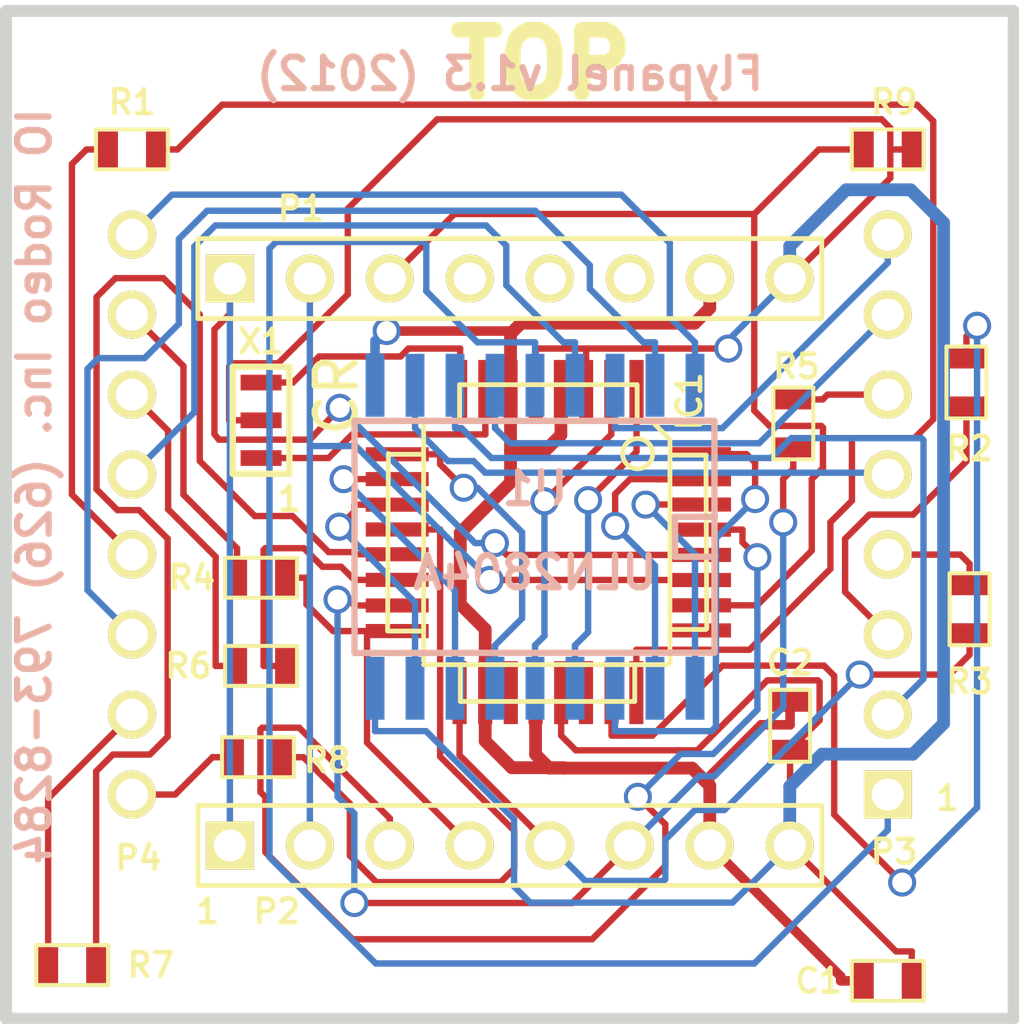
<source format=kicad_pcb>
(kicad_pcb (version 20171130) (host pcbnew 5.1.10)

  (general
    (thickness 1.6002)
    (drawings 12)
    (tracks 407)
    (zones 0)
    (modules 17)
    (nets 41)
  )

  (page A4)
  (title_block
    (date "2 apr 2013")
  )

  (layers
    (0 Front signal)
    (31 Back signal)
    (32 B.Adhes user)
    (33 F.Adhes user)
    (34 B.Paste user)
    (35 F.Paste user)
    (36 B.SilkS user)
    (37 F.SilkS user)
    (38 B.Mask user)
    (39 F.Mask user)
    (40 Dwgs.User user)
    (41 Cmts.User user)
    (42 Eco1.User user)
    (43 Eco2.User user)
    (44 Edge.Cuts user)
  )

  (setup
    (last_trace_width 0.2032)
    (trace_clearance 0.2286)
    (zone_clearance 0.508)
    (zone_45_only no)
    (trace_min 0.2032)
    (via_size 0.889)
    (via_drill 0.635)
    (via_min_size 0.889)
    (via_min_drill 0.508)
    (uvia_size 0.508)
    (uvia_drill 0.127)
    (uvias_allowed no)
    (uvia_min_size 0.508)
    (uvia_min_drill 0.127)
    (edge_width 0.381)
    (segment_width 0.381)
    (pcb_text_width 0.3048)
    (pcb_text_size 1.524 2.032)
    (mod_edge_width 0.2032)
    (mod_text_size 1.524 1.524)
    (mod_text_width 0.1524)
    (pad_size 0.59944 1.99898)
    (pad_drill 0)
    (pad_to_mask_clearance 0.254)
    (aux_axis_origin 0 0)
    (visible_elements FFFFFF7F)
    (pcbplotparams
      (layerselection 0x00030_ffffffff)
      (usegerberextensions true)
      (usegerberattributes true)
      (usegerberadvancedattributes true)
      (creategerberjobfile true)
      (excludeedgelayer true)
      (linewidth 0.150000)
      (plotframeref false)
      (viasonmask false)
      (mode 1)
      (useauxorigin false)
      (hpglpennumber 1)
      (hpglpenspeed 20)
      (hpglpendiameter 15.000000)
      (psnegative false)
      (psa4output false)
      (plotreference true)
      (plotvalue true)
      (plotinvisibletext false)
      (padsonsilk false)
      (subtractmaskfromsilk false)
      (outputformat 1)
      (mirror false)
      (drillshape 1)
      (scaleselection 1)
      (outputdirectory "gerber_v1p3/"))
  )

  (net 0 "")
  (net 1 GND)
  (net 2 N-000004)
  (net 3 N-000005)
  (net 4 N-000008)
  (net 5 N-000009)
  (net 6 N-000013)
  (net 7 N-000014)
  (net 8 N-000015)
  (net 9 N-000016)
  (net 10 N-000017)
  (net 11 N-000018)
  (net 12 N-000019)
  (net 13 N-000020)
  (net 14 N-000021)
  (net 15 N-000022)
  (net 16 N-000023)
  (net 17 N-000024)
  (net 18 N-000025)
  (net 19 N-000026)
  (net 20 N-000027)
  (net 21 N-000028)
  (net 22 N-000029)
  (net 23 N-000030)
  (net 24 N-000031)
  (net 25 N-000032)
  (net 26 N-000033)
  (net 27 N-000034)
  (net 28 N-000035)
  (net 29 N-000036)
  (net 30 N-000037)
  (net 31 N-000038)
  (net 32 N-000039)
  (net 33 N-000040)
  (net 34 N-000041)
  (net 35 N-000042)
  (net 36 N-000043)
  (net 37 N-000044)
  (net 38 N-000045)
  (net 39 N-000046)
  (net 40 VCC)

  (net_class Default "This is the default net class."
    (clearance 0.2286)
    (trace_width 0.2032)
    (via_dia 0.889)
    (via_drill 0.635)
    (uvia_dia 0.508)
    (uvia_drill 0.127)
    (add_net N-000004)
    (add_net N-000005)
    (add_net N-000008)
    (add_net N-000009)
    (add_net N-000013)
    (add_net N-000014)
    (add_net N-000015)
    (add_net N-000016)
    (add_net N-000017)
    (add_net N-000018)
    (add_net N-000019)
    (add_net N-000020)
    (add_net N-000021)
    (add_net N-000022)
    (add_net N-000023)
    (add_net N-000024)
    (add_net N-000025)
    (add_net N-000026)
    (add_net N-000027)
    (add_net N-000028)
    (add_net N-000029)
    (add_net N-000030)
    (add_net N-000031)
    (add_net N-000032)
    (add_net N-000033)
    (add_net N-000034)
    (add_net N-000035)
    (add_net N-000036)
    (add_net N-000037)
    (add_net N-000038)
    (add_net N-000039)
    (add_net N-000040)
    (add_net N-000041)
    (add_net N-000042)
    (add_net N-000043)
    (add_net N-000044)
    (add_net N-000045)
    (add_net N-000046)
  )

  (net_class VCC ""
    (clearance 0.254)
    (trace_width 0.4064)
    (via_dia 0.889)
    (via_drill 0.635)
    (uvia_dia 0.508)
    (uvia_drill 0.127)
    (add_net GND)
    (add_net VCC)
  )

  (module SM0603 placed (layer Front) (tedit 5122DFFE) (tstamp 504E45C0)
    (at 128.00076 72.40016)
    (path /504A9F2F)
    (attr smd)
    (fp_text reference R9 (at 0.20066 -1.50114) (layer F.SilkS)
      (effects (font (size 0.7493 0.7493) (thickness 0.14986)))
    )
    (fp_text value 10K (at 0 0) (layer F.SilkS) hide
      (effects (font (size 0.7112 0.4572) (thickness 0.1143)))
    )
    (fp_line (start -1.143 -0.635) (end 1.143 -0.635) (layer F.SilkS) (width 0.127))
    (fp_line (start 1.143 -0.635) (end 1.143 0.635) (layer F.SilkS) (width 0.127))
    (fp_line (start 1.143 0.635) (end -1.143 0.635) (layer F.SilkS) (width 0.127))
    (fp_line (start -1.143 0.635) (end -1.143 -0.635) (layer F.SilkS) (width 0.127))
    (pad 1 smd rect (at -0.762 0) (size 0.635 1.143) (layers Front F.Paste F.Mask)
      (net 21 N-000028))
    (pad 2 smd rect (at 0.762 0) (size 0.635 1.143) (layers Front F.Paste F.Mask)
      (net 1 GND))
    (model smd/chip_cms.wrl
      (at (xyz 0 0 0))
      (scale (xyz 0.08 0.08 0.08))
      (rotate (xyz 0 0 0))
    )
  )

  (module SM0603 placed (layer Front) (tedit 5122E11A) (tstamp 504FCB78)
    (at 108.0008 91.69908)
    (path /504A6150)
    (attr smd)
    (fp_text reference R8 (at 2.19964 0.09906) (layer F.SilkS)
      (effects (font (size 0.7493 0.7493) (thickness 0.14986)))
    )
    (fp_text value 82 (at 0 0) (layer F.SilkS) hide
      (effects (font (size 0.7112 0.4572) (thickness 0.1143)))
    )
    (fp_line (start -1.143 -0.635) (end 1.143 -0.635) (layer F.SilkS) (width 0.127))
    (fp_line (start 1.143 -0.635) (end 1.143 0.635) (layer F.SilkS) (width 0.127))
    (fp_line (start 1.143 0.635) (end -1.143 0.635) (layer F.SilkS) (width 0.127))
    (fp_line (start -1.143 0.635) (end -1.143 -0.635) (layer F.SilkS) (width 0.127))
    (pad 1 smd rect (at -0.762 0) (size 0.635 1.143) (layers Front F.Paste F.Mask)
      (net 36 N-000043))
    (pad 2 smd rect (at 0.762 0) (size 0.635 1.143) (layers Front F.Paste F.Mask)
      (net 16 N-000023))
    (model smd/chip_cms.wrl
      (at (xyz 0 0 0))
      (scale (xyz 0.08 0.08 0.08))
      (rotate (xyz 0 0 0))
    )
  )

  (module SM0603 placed (layer Front) (tedit 512661E6) (tstamp 51030CBE)
    (at 102.10038 98.30054)
    (path /504A6174)
    (attr smd)
    (fp_text reference R7 (at 2.49936 0) (layer F.SilkS)
      (effects (font (size 0.7493 0.7493) (thickness 0.14986)))
    )
    (fp_text value 82 (at 0 0) (layer F.SilkS) hide
      (effects (font (size 0.7112 0.4572) (thickness 0.1143)))
    )
    (fp_line (start -1.143 -0.635) (end 1.143 -0.635) (layer F.SilkS) (width 0.127))
    (fp_line (start 1.143 -0.635) (end 1.143 0.635) (layer F.SilkS) (width 0.127))
    (fp_line (start 1.143 0.635) (end -1.143 0.635) (layer F.SilkS) (width 0.127))
    (fp_line (start -1.143 0.635) (end -1.143 -0.635) (layer F.SilkS) (width 0.127))
    (pad 1 smd rect (at -0.762 0) (size 0.635 1.143) (layers Front F.Paste F.Mask)
      (net 35 N-000042))
    (pad 2 smd rect (at 0.762 0) (size 0.635 1.143) (layers Front F.Paste F.Mask)
      (net 27 N-000034))
    (model smd/chip_cms.wrl
      (at (xyz 0 0 0))
      (scale (xyz 0.08 0.08 0.08))
      (rotate (xyz 0 0 0))
    )
  )

  (module SM0603 placed (layer Front) (tedit 51031380) (tstamp 504E45BA)
    (at 108.09986 88.80094)
    (path /504A61B4)
    (attr smd)
    (fp_text reference R6 (at -2.30124 0) (layer F.SilkS)
      (effects (font (size 0.7493 0.7493) (thickness 0.14986)))
    )
    (fp_text value 82 (at 0 0) (layer F.SilkS) hide
      (effects (font (size 0.7112 0.4572) (thickness 0.1143)))
    )
    (fp_line (start -1.143 -0.635) (end 1.143 -0.635) (layer F.SilkS) (width 0.127))
    (fp_line (start 1.143 -0.635) (end 1.143 0.635) (layer F.SilkS) (width 0.127))
    (fp_line (start 1.143 0.635) (end -1.143 0.635) (layer F.SilkS) (width 0.127))
    (fp_line (start -1.143 0.635) (end -1.143 -0.635) (layer F.SilkS) (width 0.127))
    (pad 1 smd rect (at -0.762 0) (size 0.635 1.143) (layers Front F.Paste F.Mask)
      (net 31 N-000038))
    (pad 2 smd rect (at 0.762 0) (size 0.635 1.143) (layers Front F.Paste F.Mask)
      (net 25 N-000032))
    (model smd/chip_cms.wrl
      (at (xyz 0 0 0))
      (scale (xyz 0.08 0.08 0.08))
      (rotate (xyz 0 0 0))
    )
  )

  (module SM0603 placed (layer Front) (tedit 510312E6) (tstamp 504E45B8)
    (at 125.00102 81.09966 270)
    (path /504A61B3)
    (attr smd)
    (fp_text reference R5 (at -1.80086 -0.09906) (layer F.SilkS)
      (effects (font (size 0.7493 0.7493) (thickness 0.14986)))
    )
    (fp_text value 82 (at 0 0 270) (layer F.SilkS) hide
      (effects (font (size 0.7112 0.4572) (thickness 0.1143)))
    )
    (fp_line (start -1.143 -0.635) (end 1.143 -0.635) (layer F.SilkS) (width 0.127))
    (fp_line (start 1.143 -0.635) (end 1.143 0.635) (layer F.SilkS) (width 0.127))
    (fp_line (start 1.143 0.635) (end -1.143 0.635) (layer F.SilkS) (width 0.127))
    (fp_line (start -1.143 0.635) (end -1.143 -0.635) (layer F.SilkS) (width 0.127))
    (pad 1 smd rect (at -0.762 0 270) (size 0.635 1.143) (layers Front F.Paste F.Mask)
      (net 26 N-000033))
    (pad 2 smd rect (at 0.762 0 270) (size 0.635 1.143) (layers Front F.Paste F.Mask)
      (net 8 N-000015))
    (model smd/chip_cms.wrl
      (at (xyz 0 0 0))
      (scale (xyz 0.08 0.08 0.08))
      (rotate (xyz 0 0 0))
    )
  )

  (module SM0603 placed (layer Front) (tedit 5122E1C2) (tstamp 504E45B6)
    (at 108.09986 85.99932)
    (path /504A61B7)
    (attr smd)
    (fp_text reference R4 (at -2.19964 0) (layer F.SilkS)
      (effects (font (size 0.7493 0.7493) (thickness 0.14986)))
    )
    (fp_text value 82 (at 0 0) (layer F.SilkS) hide
      (effects (font (size 0.7112 0.4572) (thickness 0.1143)))
    )
    (fp_line (start -1.143 -0.635) (end 1.143 -0.635) (layer F.SilkS) (width 0.127))
    (fp_line (start 1.143 -0.635) (end 1.143 0.635) (layer F.SilkS) (width 0.127))
    (fp_line (start 1.143 0.635) (end -1.143 0.635) (layer F.SilkS) (width 0.127))
    (fp_line (start -1.143 0.635) (end -1.143 -0.635) (layer F.SilkS) (width 0.127))
    (pad 1 smd rect (at -0.762 0) (size 0.635 1.143) (layers Front F.Paste F.Mask)
      (net 30 N-000037))
    (pad 2 smd rect (at 0.762 0) (size 0.635 1.143) (layers Front F.Paste F.Mask)
      (net 7 N-000014))
    (model smd/chip_cms.wrl
      (at (xyz 0 0 0))
      (scale (xyz 0.08 0.08 0.08))
      (rotate (xyz 0 0 0))
    )
  )

  (module SM0603 placed (layer Front) (tedit 5122DDAF) (tstamp 504E45B4)
    (at 130.59918 87.00008 270)
    (path /504A61B8)
    (attr smd)
    (fp_text reference R3 (at 2.2987 0) (layer F.SilkS)
      (effects (font (size 0.7493 0.7493) (thickness 0.14986)))
    )
    (fp_text value 82 (at 0 0 270) (layer F.SilkS) hide
      (effects (font (size 0.7112 0.4572) (thickness 0.1143)))
    )
    (fp_line (start -1.143 -0.635) (end 1.143 -0.635) (layer F.SilkS) (width 0.127))
    (fp_line (start 1.143 -0.635) (end 1.143 0.635) (layer F.SilkS) (width 0.127))
    (fp_line (start 1.143 0.635) (end -1.143 0.635) (layer F.SilkS) (width 0.127))
    (fp_line (start -1.143 0.635) (end -1.143 -0.635) (layer F.SilkS) (width 0.127))
    (pad 1 smd rect (at -0.762 0 270) (size 0.635 1.143) (layers Front F.Paste F.Mask)
      (net 28 N-000035))
    (pad 2 smd rect (at 0.762 0 270) (size 0.635 1.143) (layers Front F.Paste F.Mask)
      (net 39 N-000046))
    (model smd/chip_cms.wrl
      (at (xyz 0 0 0))
      (scale (xyz 0.08 0.08 0.08))
      (rotate (xyz 0 0 0))
    )
  )

  (module SM0603 placed (layer Front) (tedit 5122DDAB) (tstamp 5052666E)
    (at 130.50012 79.79918 90)
    (path /504A8490)
    (attr smd)
    (fp_text reference R2 (at -2.10058 0.09906 180) (layer F.SilkS)
      (effects (font (size 0.7493 0.7493) (thickness 0.14986)))
    )
    (fp_text value 82 (at 0 0 90) (layer F.SilkS) hide
      (effects (font (size 0.7112 0.4572) (thickness 0.1143)))
    )
    (fp_line (start -1.143 -0.635) (end 1.143 -0.635) (layer F.SilkS) (width 0.127))
    (fp_line (start 1.143 -0.635) (end 1.143 0.635) (layer F.SilkS) (width 0.127))
    (fp_line (start 1.143 0.635) (end -1.143 0.635) (layer F.SilkS) (width 0.127))
    (fp_line (start -1.143 0.635) (end -1.143 -0.635) (layer F.SilkS) (width 0.127))
    (pad 1 smd rect (at -0.762 0 90) (size 0.635 1.143) (layers Front F.Paste F.Mask)
      (net 2 N-000004))
    (pad 2 smd rect (at 0.762 0 90) (size 0.635 1.143) (layers Front F.Paste F.Mask)
      (net 19 N-000026))
    (model smd/chip_cms.wrl
      (at (xyz 0 0 0))
      (scale (xyz 0.08 0.08 0.08))
      (rotate (xyz 0 0 0))
    )
  )

  (module SM0603 placed (layer Front) (tedit 5122E003) (tstamp 504E45B0)
    (at 104.0003 72.40016)
    (path /504A848F)
    (attr smd)
    (fp_text reference R1 (at 0 -1.50114) (layer F.SilkS)
      (effects (font (size 0.7493 0.7493) (thickness 0.14986)))
    )
    (fp_text value 82 (at 0 0) (layer F.SilkS) hide
      (effects (font (size 0.7112 0.4572) (thickness 0.1143)))
    )
    (fp_line (start -1.143 -0.635) (end 1.143 -0.635) (layer F.SilkS) (width 0.127))
    (fp_line (start 1.143 -0.635) (end 1.143 0.635) (layer F.SilkS) (width 0.127))
    (fp_line (start 1.143 0.635) (end -1.143 0.635) (layer F.SilkS) (width 0.127))
    (fp_line (start -1.143 0.635) (end -1.143 -0.635) (layer F.SilkS) (width 0.127))
    (pad 1 smd rect (at -0.762 0) (size 0.635 1.143) (layers Front F.Paste F.Mask)
      (net 33 N-000040))
    (pad 2 smd rect (at 0.762 0) (size 0.635 1.143) (layers Front F.Paste F.Mask)
      (net 20 N-000027))
    (model smd/chip_cms.wrl
      (at (xyz 0 0 0))
      (scale (xyz 0.08 0.08 0.08))
      (rotate (xyz 0 0 0))
    )
  )

  (module TQFP32 placed (layer Front) (tedit 5122E102) (tstamp 504A5F2E)
    (at 117.19814 84.8995 270)
    (path /4FC6BF13)
    (fp_text reference IC1 (at -4.50088 -4.50088 270) (layer F.SilkS)
      (effects (font (size 0.7493 0.7493) (thickness 0.14986)))
    )
    (fp_text value ATMEGA168-A (at -0.39878 7.0993 270) (layer F.SilkS) hide
      (effects (font (size 1.27 1.016) (thickness 0.2032)))
    )
    (fp_line (start 5.0292 2.7686) (end 3.8862 2.7686) (layer F.SilkS) (width 0.1524))
    (fp_line (start 5.0292 -2.7686) (end 3.9116 -2.7686) (layer F.SilkS) (width 0.1524))
    (fp_line (start 5.0292 2.7686) (end 5.0292 -2.7686) (layer F.SilkS) (width 0.1524))
    (fp_line (start 2.794 3.9624) (end 2.794 5.0546) (layer F.SilkS) (width 0.1524))
    (fp_line (start -2.8194 3.9878) (end -2.8194 5.0546) (layer F.SilkS) (width 0.1524))
    (fp_line (start -2.8448 5.0546) (end 2.794 5.08) (layer F.SilkS) (width 0.1524))
    (fp_line (start -2.794 -5.0292) (end 2.7178 -5.0546) (layer F.SilkS) (width 0.1524))
    (fp_line (start -3.8862 -3.2766) (end -3.8862 3.9116) (layer F.SilkS) (width 0.1524))
    (fp_line (start 2.7432 -5.0292) (end 2.7432 -3.9878) (layer F.SilkS) (width 0.1524))
    (fp_line (start -3.2512 -3.8862) (end 3.81 -3.8862) (layer F.SilkS) (width 0.1524))
    (fp_line (start 3.8608 3.937) (end 3.8608 -3.7846) (layer F.SilkS) (width 0.1524))
    (fp_line (start -3.8862 3.937) (end 3.7338 3.937) (layer F.SilkS) (width 0.1524))
    (fp_line (start -5.0292 -2.8448) (end -5.0292 2.794) (layer F.SilkS) (width 0.1524))
    (fp_line (start -5.0292 2.794) (end -3.8862 2.794) (layer F.SilkS) (width 0.1524))
    (fp_line (start -3.87604 -3.302) (end -3.29184 -3.8862) (layer F.SilkS) (width 0.1524))
    (fp_line (start -5.02412 -2.8448) (end -3.87604 -2.8448) (layer F.SilkS) (width 0.1524))
    (fp_line (start -2.794 -3.8862) (end -2.794 -5.03428) (layer F.SilkS) (width 0.1524))
    (fp_circle (center -2.83972 -2.86004) (end -2.43332 -2.60604) (layer F.SilkS) (width 0.1524))
    (pad 8 smd rect (at -4.81584 2.77622 270) (size 1.99898 0.44958) (layers Front F.Paste F.Mask)
      (net 10 N-000017))
    (pad 7 smd rect (at -4.81584 1.97612 270) (size 1.99898 0.44958) (layers Front F.Paste F.Mask)
      (net 38 N-000045))
    (pad 6 smd rect (at -4.81584 1.17602 270) (size 1.99898 0.44958) (layers Front F.Paste F.Mask)
      (net 40 VCC))
    (pad 5 smd rect (at -4.81584 0.37592 270) (size 1.99898 0.44958) (layers Front F.Paste F.Mask)
      (net 1 GND))
    (pad 4 smd rect (at -4.81584 -0.42418 270) (size 1.99898 0.44958) (layers Front F.Paste F.Mask)
      (net 40 VCC))
    (pad 3 smd rect (at -4.81584 -1.22428 270) (size 1.99898 0.44958) (layers Front F.Paste F.Mask)
      (net 1 GND))
    (pad 2 smd rect (at -4.81584 -2.02438 270) (size 1.99898 0.44958) (layers Front F.Paste F.Mask)
      (net 9 N-000016))
    (pad 1 smd rect (at -4.81584 -2.82448 270) (size 1.99898 0.44958) (layers Front F.Paste F.Mask)
      (net 17 N-000024))
    (pad 24 smd rect (at 4.7498 -2.8194 270) (size 1.99898 0.44958) (layers Front F.Paste F.Mask)
      (net 20 N-000027))
    (pad 17 smd rect (at 4.7498 2.794 270) (size 1.99898 0.44958) (layers Front F.Paste F.Mask)
      (net 39 N-000046))
    (pad 18 smd rect (at 4.7498 1.9812 270) (size 1.99898 0.44958) (layers Front F.Paste F.Mask)
      (net 40 VCC))
    (pad 19 smd rect (at 4.7498 1.1684 270) (size 1.99898 0.44958) (layers Front F.Paste F.Mask))
    (pad 20 smd rect (at 4.7498 0.381 270) (size 1.99898 0.44958) (layers Front F.Paste F.Mask)
      (net 40 VCC))
    (pad 21 smd rect (at 4.7498 -0.4318 270) (size 1.99898 0.44958) (layers Front F.Paste F.Mask)
      (net 1 GND))
    (pad 22 smd rect (at 4.7498 -1.2192 270) (size 1.99898 0.44958) (layers Front F.Paste F.Mask))
    (pad 23 smd rect (at 4.7498 -2.032 270) (size 1.99898 0.44958) (layers Front F.Paste F.Mask)
      (net 19 N-000026))
    (pad 32 smd rect (at -2.82448 -4.826 270) (size 0.44958 1.99898) (layers Front F.Paste F.Mask)
      (net 18 N-000025))
    (pad 31 smd rect (at -2.02692 -4.826 270) (size 0.44958 1.99898) (layers Front F.Paste F.Mask)
      (net 15 N-000022))
    (pad 30 smd rect (at -1.22428 -4.826 270) (size 0.44958 1.99898) (layers Front F.Paste F.Mask)
      (net 13 N-000020))
    (pad 29 smd rect (at -0.42672 -4.826 270) (size 0.44958 1.99898) (layers Front F.Paste F.Mask)
      (net 22 N-000029))
    (pad 28 smd rect (at 0.37592 -4.826 270) (size 0.44958 1.99898) (layers Front F.Paste F.Mask)
      (net 3 N-000005))
    (pad 27 smd rect (at 1.17348 -4.826 270) (size 0.44958 1.99898) (layers Front F.Paste F.Mask)
      (net 6 N-000013))
    (pad 26 smd rect (at 1.97612 -4.826 270) (size 0.44958 1.99898) (layers Front F.Paste F.Mask)
      (net 21 N-000028))
    (pad 25 smd rect (at 2.77368 -4.826 270) (size 0.44958 1.99898) (layers Front F.Paste F.Mask))
    (pad 9 smd rect (at -2.8194 4.7752 270) (size 0.44958 1.99898) (layers Front F.Paste F.Mask)
      (net 11 N-000018))
    (pad 10 smd rect (at -2.032 4.7752 270) (size 0.44958 1.99898) (layers Front F.Paste F.Mask)
      (net 12 N-000019))
    (pad 11 smd rect (at -1.2192 4.7752 270) (size 0.44958 1.99898) (layers Front F.Paste F.Mask)
      (net 14 N-000021))
    (pad 12 smd rect (at -0.4318 4.7752 270) (size 0.44958 1.99898) (layers Front F.Paste F.Mask)
      (net 16 N-000023))
    (pad 13 smd rect (at 0.3556 4.7752 270) (size 0.44958 1.99898) (layers Front F.Paste F.Mask)
      (net 27 N-000034))
    (pad 14 smd rect (at 1.1684 4.7752 270) (size 0.44958 1.99898) (layers Front F.Paste F.Mask)
      (net 25 N-000032))
    (pad 15 smd rect (at 1.9812 4.7752 270) (size 0.44958 1.99898) (layers Front F.Paste F.Mask)
      (net 8 N-000015))
    (pad 16 smd rect (at 2.794 4.7752 270) (size 0.44958 1.99898) (layers Front F.Paste F.Mask)
      (net 7 N-000014))
    (model smd/tqfp32.wrl
      (at (xyz 0 0 0))
      (scale (xyz 1 1 1))
      (rotate (xyz 0 0 0))
    )
  )

  (module LED_8x8 (layer Front) (tedit 5102FDA6) (tstamp 504E479F)
    (at 115.99926 83.9978)
    (descr "LED 8x8 Matrix w/ 8x1 Peel-A-Way connectors (terminal type 210)")
    (tags LED)
    (path /504A5C6B)
    (fp_text reference MATRIX1 (at 0.9906 -10.9474) (layer F.SilkS) hide
      (effects (font (size 0.7493 0.7493) (thickness 0.14986)))
    )
    (fp_text value LED_8X8 (at 0 3.302) (layer F.SilkS) hide
      (effects (font (size 1.016 1.016) (thickness 0.2032)))
    )
    (fp_line (start -15.99946 -15.99946) (end 15.99946 -15.99946) (layer Dwgs.User) (width 0.3048))
    (fp_line (start 15.99946 -15.99946) (end 15.99946 15.99946) (layer Dwgs.User) (width 0.3048))
    (fp_line (start 15.99946 15.99946) (end -15.99946 15.99946) (layer Dwgs.User) (width 0.3048))
    (fp_line (start -15.99946 15.99946) (end -15.99946 -15.99946) (layer Dwgs.User) (width 0.3048))
    (fp_line (start -10.72896 -9.90854) (end -10.72896 9.90346) (layer Dwgs.User) (width 0.3048))
    (fp_line (start -13.26896 9.90346) (end -13.26896 -9.90854) (layer Dwgs.User) (width 0.3048))
    (fp_line (start -13.26896 9.90346) (end -10.72896 9.90346) (layer Dwgs.User) (width 0.3048))
    (fp_line (start -13.26896 -9.90854) (end -10.72896 -9.90854) (layer Dwgs.User) (width 0.3048))
    (fp_line (start 10.7315 -9.90854) (end 13.2715 -9.90854) (layer Dwgs.User) (width 0.3048))
    (fp_line (start 10.7315 9.90346) (end 13.2715 9.90346) (layer Dwgs.User) (width 0.3048))
    (fp_line (start 10.7315 9.90346) (end 10.7315 -9.90854) (layer Dwgs.User) (width 0.3048))
    (fp_line (start 13.2715 -9.90854) (end 13.2715 9.90346) (layer Dwgs.User) (width 0.3048))
    (pad 9 thru_hole circle (at -11.99896 -8.89254 90) (size 1.524 1.524) (drill 1.016) (layers *.Cu *.Mask F.SilkS)
      (net 24 N-000031))
    (pad 10 thru_hole circle (at -11.99896 -6.35254 90) (size 1.524 1.524) (drill 1.016) (layers *.Cu *.Mask F.SilkS)
      (net 30 N-000037))
    (pad 11 thru_hole circle (at -11.99896 -3.81254 90) (size 1.524 1.524) (drill 1.016) (layers *.Cu *.Mask F.SilkS)
      (net 31 N-000038))
    (pad 12 thru_hole circle (at -11.99896 -1.27254 90) (size 1.524 1.524) (drill 1.016) (layers *.Cu *.Mask F.SilkS)
      (net 32 N-000039))
    (pad 13 thru_hole circle (at -11.99896 1.26746 90) (size 1.524 1.524) (drill 1.016) (layers *.Cu *.Mask F.SilkS)
      (net 33 N-000040))
    (pad 14 thru_hole circle (at -11.99896 3.80746 90) (size 1.524 1.524) (drill 1.016) (layers *.Cu *.Mask F.SilkS)
      (net 34 N-000041))
    (pad 15 thru_hole circle (at -11.99896 6.34746 90) (size 1.524 1.524) (drill 1.016) (layers *.Cu *.Mask F.SilkS)
      (net 35 N-000042))
    (pad 16 thru_hole circle (at -11.99896 8.88746) (size 1.524 1.524) (drill 1.016) (layers *.Cu *.Mask F.SilkS)
      (net 36 N-000043))
    (pad 1 thru_hole rect (at 12.0015 8.88746) (size 1.524 1.524) (drill 1.016) (layers *.Cu *.Mask F.SilkS)
      (net 4 N-000008))
    (pad 2 thru_hole circle (at 12.0015 6.34746 90) (size 1.524 1.524) (drill 1.016) (layers *.Cu *.Mask F.SilkS)
      (net 37 N-000044))
    (pad 3 thru_hole circle (at 12.0015 3.80746 90) (size 1.524 1.524) (drill 1.016) (layers *.Cu *.Mask F.SilkS)
      (net 2 N-000004))
    (pad 4 thru_hole circle (at 12.0015 1.26746 90) (size 1.524 1.524) (drill 1.016) (layers *.Cu *.Mask F.SilkS)
      (net 28 N-000035))
    (pad 5 thru_hole circle (at 12.0015 -1.27254 90) (size 1.524 1.524) (drill 1.016) (layers *.Cu *.Mask F.SilkS)
      (net 23 N-000030))
    (pad 6 thru_hole circle (at 12.0015 -3.81254 90) (size 1.524 1.524) (drill 1.016) (layers *.Cu *.Mask F.SilkS)
      (net 26 N-000033))
    (pad 7 thru_hole circle (at 12.0015 -6.35254 90) (size 1.524 1.524) (drill 1.016) (layers *.Cu *.Mask F.SilkS)
      (net 29 N-000036))
    (pad 8 thru_hole circle (at 12.0015 -8.89254 90) (size 1.524 1.524) (drill 1.016) (layers *.Cu *.Mask F.SilkS)
      (net 5 N-000009))
  )

  (module SM0603 (layer Front) (tedit 51007446) (tstamp 504FBC90)
    (at 124.89942 90.70086 270)
    (path /504FBC27)
    (attr smd)
    (fp_text reference C2 (at -1.99898 0) (layer F.SilkS)
      (effects (font (size 0.7493 0.7493) (thickness 0.14986)))
    )
    (fp_text value 0.1uF (at 0 0 270) (layer F.SilkS) hide
      (effects (font (size 0.7112 0.4572) (thickness 0.1143)))
    )
    (fp_line (start -1.143 -0.635) (end 1.143 -0.635) (layer F.SilkS) (width 0.127))
    (fp_line (start 1.143 -0.635) (end 1.143 0.635) (layer F.SilkS) (width 0.127))
    (fp_line (start 1.143 0.635) (end -1.143 0.635) (layer F.SilkS) (width 0.127))
    (fp_line (start -1.143 0.635) (end -1.143 -0.635) (layer F.SilkS) (width 0.127))
    (pad 1 smd rect (at -0.762 0 270) (size 0.635 1.143) (layers Front F.Paste F.Mask)
      (net 40 VCC))
    (pad 2 smd rect (at 0.762 0 270) (size 0.635 1.143) (layers Front F.Paste F.Mask)
      (net 1 GND))
    (model smd/chip_cms.wrl
      (at (xyz 0 0 0))
      (scale (xyz 0.08 0.08 0.08))
      (rotate (xyz 0 0 0))
    )
  )

  (module SM0603 (layer Front) (tedit 5103138D) (tstamp 510305CF)
    (at 128.00076 98.80092)
    (path /504E3A3D)
    (attr smd)
    (fp_text reference C1 (at -2.19964 0) (layer F.SilkS)
      (effects (font (size 0.7493 0.7493) (thickness 0.14986)))
    )
    (fp_text value 0.1uF (at 0 0) (layer F.SilkS) hide
      (effects (font (size 0.7112 0.4572) (thickness 0.1143)))
    )
    (fp_line (start -1.143 -0.635) (end 1.143 -0.635) (layer F.SilkS) (width 0.127))
    (fp_line (start 1.143 -0.635) (end 1.143 0.635) (layer F.SilkS) (width 0.127))
    (fp_line (start 1.143 0.635) (end -1.143 0.635) (layer F.SilkS) (width 0.127))
    (fp_line (start -1.143 0.635) (end -1.143 -0.635) (layer F.SilkS) (width 0.127))
    (pad 1 smd rect (at -0.762 0) (size 0.635 1.143) (layers Front F.Paste F.Mask)
      (net 40 VCC))
    (pad 2 smd rect (at 0.762 0) (size 0.635 1.143) (layers Front F.Paste F.Mask)
      (net 1 GND))
    (model smd/chip_cms.wrl
      (at (xyz 0 0 0))
      (scale (xyz 0.08 0.08 0.08))
      (rotate (xyz 0 0 0))
    )
  )

  (module CONN_8x1 (layer Front) (tedit 5102FA44) (tstamp 504F7B00)
    (at 115.99926 76.49972)
    (descr "Pin connector 8x1")
    (tags CONN)
    (path /504A999C)
    (fp_text reference P1 (at -6.6294 -2.21996) (layer F.SilkS)
      (effects (font (size 0.7493 0.7493) (thickness 0.14986)))
    )
    (fp_text value CONN_8 (at 0 3.302) (layer F.SilkS) hide
      (effects (font (size 1.016 1.016) (thickness 0.2032)))
    )
    (fp_line (start 9.906 -1.27) (end 9.906 1.27) (layer F.SilkS) (width 0.1524))
    (fp_line (start -9.906 -1.27) (end -9.906 1.27) (layer F.SilkS) (width 0.1524))
    (fp_line (start -9.906 -1.27) (end 9.906 -1.27) (layer F.SilkS) (width 0.1524))
    (fp_line (start 9.906 1.27) (end -9.906 1.27) (layer F.SilkS) (width 0.1524))
    (pad 1 thru_hole rect (at -8.89 0) (size 1.524 1.524) (drill 1.016) (layers *.Cu *.Mask F.SilkS)
      (net 3 N-000005))
    (pad 2 thru_hole circle (at -6.35 0) (size 1.524 1.524) (drill 1.016) (layers *.Cu *.Mask F.SilkS)
      (net 6 N-000013))
    (pad 3 thru_hole circle (at -3.81 0) (size 1.524 1.524) (drill 1.016) (layers *.Cu *.Mask F.SilkS)
      (net 21 N-000028))
    (pad 4 thru_hole circle (at -1.27 0) (size 1.524 1.524) (drill 1.016) (layers *.Cu *.Mask F.SilkS))
    (pad 5 thru_hole circle (at 1.27 0) (size 1.524 1.524) (drill 1.016) (layers *.Cu *.Mask F.SilkS))
    (pad 6 thru_hole circle (at 3.81 0) (size 1.524 1.524) (drill 1.016) (layers *.Cu *.Mask F.SilkS))
    (pad 7 thru_hole circle (at 6.35 0) (size 1.524 1.524) (drill 1.016) (layers *.Cu *.Mask F.SilkS)
      (net 40 VCC))
    (pad 8 thru_hole circle (at 8.89 0) (size 1.524 1.524) (drill 1.016) (layers *.Cu *.Mask F.SilkS)
      (net 1 GND))
  )

  (module CONN_8x1 (layer Front) (tedit 51266B9A) (tstamp 504F6879)
    (at 115.99926 94.5007)
    (descr "Pin connector 8x1")
    (tags CONN)
    (path /504A9C94)
    (fp_text reference P2 (at -7.39902 2.09804) (layer F.SilkS)
      (effects (font (size 0.7493 0.7493) (thickness 0.14986)))
    )
    (fp_text value CONN_8 (at 0 3.302) (layer F.SilkS) hide
      (effects (font (size 1.016 1.016) (thickness 0.2032)))
    )
    (fp_line (start 9.906 -1.27) (end 9.906 1.27) (layer F.SilkS) (width 0.1524))
    (fp_line (start -9.906 -1.27) (end -9.906 1.27) (layer F.SilkS) (width 0.1524))
    (fp_line (start -9.906 -1.27) (end 9.906 -1.27) (layer F.SilkS) (width 0.1524))
    (fp_line (start 9.906 1.27) (end -9.906 1.27) (layer F.SilkS) (width 0.1524))
    (pad 1 thru_hole rect (at -8.89 0) (size 1.524 1.524) (drill 1.016) (layers *.Cu *.Mask F.SilkS)
      (net 3 N-000005))
    (pad 2 thru_hole circle (at -6.35 0) (size 1.524 1.524) (drill 1.016) (layers *.Cu *.Mask F.SilkS)
      (net 6 N-000013))
    (pad 3 thru_hole circle (at -3.81 0) (size 1.524 1.524) (drill 1.016) (layers *.Cu *.Mask F.SilkS)
      (net 22 N-000029))
    (pad 4 thru_hole circle (at -1.27 0) (size 1.524 1.524) (drill 1.016) (layers *.Cu *.Mask F.SilkS)
      (net 7 N-000014))
    (pad 5 thru_hole circle (at 1.27 0) (size 1.524 1.524) (drill 1.016) (layers *.Cu *.Mask F.SilkS)
      (net 39 N-000046))
    (pad 6 thru_hole circle (at 3.81 0) (size 1.524 1.524) (drill 1.016) (layers *.Cu *.Mask F.SilkS)
      (net 8 N-000015))
    (pad 7 thru_hole circle (at 6.35 0) (size 1.524 1.524) (drill 1.016) (layers *.Cu *.Mask F.SilkS)
      (net 40 VCC))
    (pad 8 thru_hole circle (at 8.89 0) (size 1.524 1.524) (drill 1.016) (layers *.Cu *.Mask F.SilkS)
      (net 1 GND))
  )

  (module XZL_SOP18 (layer Back) (tedit 5102F425) (tstamp 5052738B)
    (at 116.79936 84.69884 180)
    (path /504A83E6)
    (attr smd)
    (fp_text reference U1 (at 0 1.524 180) (layer B.SilkS)
      (effects (font (size 1.016 1.016) (thickness 0.2032)) (justify mirror))
    )
    (fp_text value ULN2804A (at 0 -1.143 180) (layer B.SilkS)
      (effects (font (size 1.016 1.016) (thickness 0.2032)) (justify mirror))
    )
    (fp_line (start -5.69976 3.68046) (end 5.73024 3.68046) (layer B.SilkS) (width 0.2032))
    (fp_line (start -5.69976 -3.68046) (end 5.73024 -3.69062) (layer B.SilkS) (width 0.2032))
    (fp_line (start -5.69976 -3.68046) (end -5.69976 3.68046) (layer B.SilkS) (width 0.2032))
    (fp_line (start 5.73024 -3.68046) (end 5.73024 3.68046) (layer B.SilkS) (width 0.2032))
    (fp_line (start -5.715 0.635) (end -4.445 0.635) (layer B.SilkS) (width 0.2032))
    (fp_line (start -4.445 0.635) (end -4.445 -0.635) (layer B.SilkS) (width 0.2032))
    (fp_line (start -4.445 -0.635) (end -5.715 -0.635) (layer B.SilkS) (width 0.2032))
    (pad 1 smd rect (at -5.08 -4.81076 180) (size 0.59944 1.99898) (layers Back B.Paste B.Mask)
      (net 13 N-000020))
    (pad 2 smd rect (at -3.81 -4.81076 180) (size 0.59944 1.99898) (layers Back B.Paste B.Mask)
      (net 15 N-000022))
    (pad 3 smd rect (at -2.54 -4.81076 180) (size 0.59944 1.99898) (layers Back B.Paste B.Mask)
      (net 18 N-000025))
    (pad 4 smd rect (at -1.27 -4.81076 180) (size 0.59944 1.99898) (layers Back B.Paste B.Mask)
      (net 17 N-000024))
    (pad 5 smd rect (at 0 -4.81076 180) (size 0.59944 1.99898) (layers Back B.Paste B.Mask)
      (net 9 N-000016))
    (pad 6 smd rect (at 1.27 -4.81076 180) (size 0.59944 1.99898) (layers Back B.Paste B.Mask)
      (net 11 N-000018))
    (pad 7 smd rect (at 2.54 -4.81076 180) (size 0.59944 1.99898) (layers Back B.Paste B.Mask)
      (net 12 N-000019))
    (pad 8 smd rect (at 3.81 -4.81076 180) (size 0.59944 1.99898) (layers Back B.Paste B.Mask)
      (net 14 N-000021))
    (pad 9 smd rect (at 5.08 -4.81076 180) (size 0.59944 1.99898) (layers Back B.Paste B.Mask)
      (net 1 GND))
    (pad 18 smd rect (at -5.08 4.81076 180) (size 0.59944 1.99898) (layers Back B.Paste B.Mask)
      (net 24 N-000031))
    (pad 17 smd rect (at -3.81 4.81076 180) (size 0.59944 1.99898) (layers Back B.Paste B.Mask)
      (net 34 N-000041))
    (pad 16 smd rect (at -2.54 4.81076 180) (size 0.59944 1.99898) (layers Back B.Paste B.Mask)
      (net 5 N-000009))
    (pad 15 smd rect (at -1.27 4.81076 180) (size 0.59944 1.99898) (layers Back B.Paste B.Mask)
      (net 32 N-000039))
    (pad 14 smd rect (at 0 4.81076 180) (size 0.59944 1.99898) (layers Back B.Paste B.Mask)
      (net 4 N-000008))
    (pad 13 smd rect (at 1.27 4.81076 180) (size 0.59944 1.99898) (layers Back B.Paste B.Mask)
      (net 29 N-000036))
    (pad 12 smd rect (at 2.54 4.81076 180) (size 0.59944 1.99898) (layers Back B.Paste B.Mask)
      (net 37 N-000044))
    (pad 11 smd rect (at 3.81 4.81076 180) (size 0.59944 1.99898) (layers Back B.Paste B.Mask)
      (net 23 N-000030))
    (pad 10 smd rect (at 5.08 4.81076 180) (size 0.59944 1.99898) (layers Back B.Paste B.Mask)
      (net 40 VCC))
    (model smd/cms_soj24.wrl
      (at (xyz 0 0 0))
      (scale (xyz 0.5 0.6 0.5))
      (rotate (xyz 0 0 0))
    )
  )

  (module XZL_CR (layer Front) (tedit 51266A6A) (tstamp 5102F859)
    (at 108.09986 81.0006 90)
    (tags "Resonator, Ceramic")
    (path /504E3C39)
    (fp_text reference X1 (at 2.49936 0 180) (layer F.SilkS)
      (effects (font (size 0.7493 0.7493) (thickness 0.14986)))
    )
    (fp_text value CR (at 0.8001 2.4003 90) (layer F.SilkS)
      (effects (font (size 1.27 1.27) (thickness 0.2032)))
    )
    (fp_line (start -1.69926 -0.89916) (end 1.69926 -0.89916) (layer F.SilkS) (width 0.2032))
    (fp_line (start 1.69926 -0.89916) (end 1.69926 0.89916) (layer F.SilkS) (width 0.2032))
    (fp_line (start 1.69926 0.89916) (end -1.69926 0.89916) (layer F.SilkS) (width 0.2032))
    (fp_line (start -1.69926 0.89916) (end -1.69926 -0.89916) (layer F.SilkS) (width 0.2032))
    (pad 2 smd rect (at 0 0 90) (size 0.50038 1.30048) (layers Front F.Paste F.Mask)
      (net 1 GND))
    (pad 3 smd rect (at 1.19888 0 90) (size 0.50038 1.30048) (layers Front F.Paste F.Mask)
      (net 10 N-000017))
    (pad 1 smd rect (at -1.19888 0 90) (size 0.50038 1.30048) (layers Front F.Paste F.Mask)
      (net 38 N-000045))
  )

  (gr_text P3 (at 128.20142 94.70136) (layer F.SilkS)
    (effects (font (size 0.7493 0.7493) (thickness 0.14986)))
  )
  (gr_text P4 (at 104.20096 94.89948) (layer F.SilkS)
    (effects (font (size 0.7493 0.7493) (thickness 0.14986)))
  )
  (gr_text 1 (at 106.4006 96.59874) (layer F.SilkS)
    (effects (font (size 0.7493 0.7493) (thickness 0.14986)))
  )
  (gr_text 1 (at 129.90068 92.99956) (layer F.SilkS)
    (effects (font (size 0.7493 0.7493) (thickness 0.14986)))
  )
  (gr_text 1 (at 108.99902 83.49996) (layer F.SilkS)
    (effects (font (size 0.7493 0.7493) (thickness 0.14986)))
  )
  (gr_text TOP (at 117.00002 69.70014) (layer F.SilkS)
    (effects (font (size 1.99898 1.99898) (thickness 0.50038)))
  )
  (gr_line (start 132.00126 99.9998) (end 99.9998 99.9998) (angle 90) (layer Edge.Cuts) (width 0.381))
  (gr_line (start 132.00126 68.00088) (end 132.00126 99.9998) (angle 90) (layer Edge.Cuts) (width 0.381))
  (gr_line (start 99.9998 68.00088) (end 132.00126 68.00088) (angle 90) (layer Edge.Cuts) (width 0.381))
  (gr_line (start 99.9998 99.9998) (end 99.9998 68.00088) (angle 90) (layer Edge.Cuts) (width 0.381))
  (gr_text "IO Rodeo Inc. (626) 793-8284" (at 100.89896 83.10118 90) (layer B.SilkS)
    (effects (font (size 1.00076 1.00076) (thickness 0.20066)) (justify mirror))
  )
  (gr_text "Flypanel v1.3 (2012)" (at 116.0018 69.99986) (layer B.SilkS)
    (effects (font (size 1.00076 1.00076) (thickness 0.20066)) (justify mirror))
  )

  (segment (start 124.88926 94.5007) (end 124.88926 92.62618) (width 0.4064) (layer Back) (net 1) (status 400000))
  (segment (start 124.88926 75.47102) (end 124.88926 76.49972) (width 0.4064) (layer Back) (net 1) (status 800000))
  (segment (start 126.67996 73.68032) (end 124.88926 75.47102) (width 0.4064) (layer Back) (net 1))
  (segment (start 128.72466 73.68032) (end 126.67996 73.68032) (width 0.4064) (layer Back) (net 1))
  (segment (start 129.77368 74.72934) (end 128.72466 73.68032) (width 0.4064) (layer Back) (net 1))
  (segment (start 129.77368 90.63228) (end 129.77368 74.72934) (width 0.4064) (layer Back) (net 1))
  (segment (start 128.8034 91.60256) (end 129.77368 90.63228) (width 0.4064) (layer Back) (net 1))
  (segment (start 125.91288 91.60256) (end 128.8034 91.60256) (width 0.4064) (layer Back) (net 1))
  (segment (start 124.88926 92.62618) (end 125.91288 91.60256) (width 0.4064) (layer Back) (net 1))
  (segment (start 128.76276 98.80092) (end 128.76276 97.8662) (width 0.2032) (layer Front) (net 1) (status 400000))
  (segment (start 124.89942 94.5007) (end 124.88926 94.5007) (width 0.2032) (layer Front) (net 1) (status 800000))
  (segment (start 128.26492 97.8662) (end 124.89942 94.5007) (width 0.2032) (layer Front) (net 1))
  (segment (start 128.76276 97.8662) (end 128.26492 97.8662) (width 0.2032) (layer Front) (net 1))
  (segment (start 128.76276 72.40016) (end 128.08204 72.40016) (width 0.2032) (layer Front) (net 1) (status 400000))
  (segment (start 108.09986 81.0006) (end 107.0864 81.0006) (width 0.2032) (layer Front) (net 1) (status 400000))
  (segment (start 128.08204 73.30694) (end 128.08204 72.40016) (width 0.2032) (layer Front) (net 1))
  (segment (start 124.88926 76.49972) (end 128.08204 73.30694) (width 0.2032) (layer Front) (net 1) (status 400000))
  (segment (start 107.0864 79.28864) (end 107.0864 81.0006) (width 0.2032) (layer Front) (net 1))
  (segment (start 116.82222 80.08366) (end 116.82222 78.72222) (width 0.2032) (layer Front) (net 1) (status 400000))
  (segment (start 118.42242 78.72222) (end 116.82222 78.72222) (width 0.2032) (layer Front) (net 1))
  (segment (start 122.936 78.72222) (end 118.42242 78.72222) (width 0.2032) (layer Front) (net 1))
  (via (at 122.936 78.72222) (size 0.889) (layers Front Back) (net 1))
  (segment (start 122.936 78.45298) (end 122.936 78.72222) (width 0.2032) (layer Back) (net 1))
  (segment (start 124.88926 76.49972) (end 122.936 78.45298) (width 0.2032) (layer Back) (net 1) (status 400000))
  (segment (start 118.42242 80.08366) (end 118.42242 78.72222) (width 0.2032) (layer Front) (net 1) (status 400000))
  (segment (start 113.33988 90.87104) (end 116.13388 93.66504) (width 0.2032) (layer Back) (net 1))
  (segment (start 107.1626 79.18958) (end 107.0864 79.28864) (width 0.2032) (layer Front) (net 1))
  (segment (start 108.64342 79.18958) (end 107.1626 79.18958) (width 0.2032) (layer Front) (net 1))
  (segment (start 110.85322 77.00264) (end 108.64342 79.18958) (width 0.2032) (layer Front) (net 1))
  (segment (start 110.85322 74.2823) (end 110.85322 77.00264) (width 0.2032) (layer Front) (net 1))
  (segment (start 113.69294 71.44258) (end 110.85322 74.2823) (width 0.2032) (layer Front) (net 1))
  (segment (start 127.80518 71.44258) (end 113.69294 71.44258) (width 0.2032) (layer Front) (net 1))
  (segment (start 128.08204 71.71944) (end 127.80518 71.44258) (width 0.2032) (layer Front) (net 1))
  (segment (start 128.08204 72.40016) (end 128.08204 71.71944) (width 0.2032) (layer Front) (net 1))
  (segment (start 123.07316 96.3168) (end 124.88926 94.5007) (width 0.2032) (layer Back) (net 1) (status 800000))
  (segment (start 116.64696 96.3168) (end 123.07316 96.3168) (width 0.2032) (layer Back) (net 1))
  (segment (start 116.13388 95.80372) (end 116.64696 96.3168) (width 0.2032) (layer Back) (net 1))
  (segment (start 116.13388 93.66504) (end 116.13388 95.80372) (width 0.2032) (layer Back) (net 1))
  (segment (start 124.89942 91.46286) (end 125.83668 90.5256) (width 0.2032) (layer Front) (net 1) (status 400000))
  (segment (start 125.83668 90.5256) (end 125.83668 89.31148) (width 0.2032) (layer Front) (net 1))
  (segment (start 125.83668 89.31148) (end 125.78334 89.25814) (width 0.2032) (layer Front) (net 1))
  (segment (start 125.78334 89.25814) (end 124.17806 89.25814) (width 0.2032) (layer Front) (net 1))
  (segment (start 124.17806 89.25814) (end 121.95556 91.48064) (width 0.2032) (layer Front) (net 1))
  (segment (start 121.95556 91.48064) (end 118.0973 91.48064) (width 0.2032) (layer Front) (net 1))
  (segment (start 111.71936 90.87104) (end 113.33988 90.87104) (width 0.2032) (layer Back) (net 1))
  (segment (start 111.71936 89.5096) (end 111.71936 90.87104) (width 0.2032) (layer Back) (net 1) (status 400000))
  (segment (start 117.62994 89.6493) (end 117.62994 91.01328) (width 0.2032) (layer Front) (net 1) (status 400000))
  (segment (start 118.0973 91.48064) (end 117.62994 91.01328) (width 0.2032) (layer Front) (net 1))
  (segment (start 124.89942 94.5007) (end 124.89942 91.46286) (width 0.2032) (layer Front) (net 1) (status 800000))
  (segment (start 130.50012 82.30362) (end 130.50012 80.56118) (width 0.2032) (layer Front) (net 2) (status 800000))
  (segment (start 128.80848 83.99526) (end 130.50012 82.30362) (width 0.2032) (layer Front) (net 2))
  (segment (start 127.41656 83.99526) (end 128.80848 83.99526) (width 0.2032) (layer Front) (net 2))
  (segment (start 126.64694 84.76488) (end 127.41656 83.99526) (width 0.2032) (layer Front) (net 2))
  (segment (start 126.64694 86.45144) (end 126.64694 84.76488) (width 0.2032) (layer Front) (net 2))
  (segment (start 128.00076 87.80526) (end 126.64694 86.45144) (width 0.2032) (layer Front) (net 2) (status 400000))
  (segment (start 106.75874 81.61528) (end 106.61904 81.43748) (width 0.2032) (layer Front) (net 3))
  (via (at 110.59922 80.60436) (size 0.889) (layers Front Back) (net 3))
  (via (at 115.52682 84.8995) (size 0.889) (layers Front Back) (net 3))
  (segment (start 107.10926 76.49972) (end 107.10926 77.62494) (width 0.2032) (layer Front) (net 3) (status 400000))
  (segment (start 107.10926 93.37548) (end 107.10926 77.62494) (width 0.2032) (layer Back) (net 3))
  (segment (start 107.10926 94.5007) (end 107.10926 93.37548) (width 0.2032) (layer Back) (net 3) (status 400000))
  (segment (start 115.90274 85.27542) (end 120.6627 85.27542) (width 0.2032) (layer Front) (net 3))
  (segment (start 115.52682 84.8995) (end 115.90274 85.27542) (width 0.2032) (layer Front) (net 3))
  (segment (start 122.02414 85.27542) (end 120.6627 85.27542) (width 0.2032) (layer Front) (net 3) (status 400000))
  (segment (start 106.61904 78.11516) (end 107.10926 77.62494) (width 0.2032) (layer Front) (net 3))
  (segment (start 106.61904 81.43748) (end 106.61904 78.11516) (width 0.2032) (layer Front) (net 3))
  (segment (start 109.6518 81.61528) (end 106.75874 81.61528) (width 0.2032) (layer Front) (net 3))
  (segment (start 110.59922 80.60436) (end 109.6518 81.61528) (width 0.2032) (layer Front) (net 3))
  (segment (start 114.89436 84.8995) (end 115.52682 84.8995) (width 0.2032) (layer Back) (net 3))
  (segment (start 110.59922 80.60436) (end 114.89436 84.8995) (width 0.2032) (layer Back) (net 3))
  (segment (start 107.10926 76.49972) (end 107.10926 77.62494) (width 0.2032) (layer Back) (net 3) (status 400000))
  (segment (start 123.7615 98.24974) (end 128.00076 94.01048) (width 0.2032) (layer Back) (net 4))
  (segment (start 108.36656 94.87408) (end 111.74222 98.24974) (width 0.2032) (layer Back) (net 4))
  (segment (start 114.97056 78.5241) (end 113.3475 76.90104) (width 0.2032) (layer Back) (net 4))
  (segment (start 108.36656 75.54722) (end 108.36656 94.87408) (width 0.2032) (layer Back) (net 4))
  (segment (start 108.57738 75.3364) (end 108.36656 75.54722) (width 0.2032) (layer Back) (net 4))
  (segment (start 113.25606 75.3364) (end 108.57738 75.3364) (width 0.2032) (layer Back) (net 4))
  (segment (start 113.3475 75.42784) (end 113.25606 75.3364) (width 0.2032) (layer Back) (net 4))
  (segment (start 113.3475 76.90104) (end 113.3475 75.42784) (width 0.2032) (layer Back) (net 4))
  (segment (start 111.74222 98.24974) (end 123.7615 98.24974) (width 0.2032) (layer Back) (net 4))
  (segment (start 116.79936 78.5241) (end 114.97056 78.5241) (width 0.2032) (layer Back) (net 4))
  (segment (start 116.79936 79.88808) (end 116.79936 78.5241) (width 0.2032) (layer Back) (net 4) (status 400000))
  (segment (start 128.00076 92.88526) (end 128.00076 94.01048) (width 0.2032) (layer Back) (net 4) (status 400000))
  (segment (start 122.75312 81.24952) (end 119.33936 81.24952) (width 0.2032) (layer Back) (net 5))
  (segment (start 128.00076 76.00188) (end 122.75312 81.24952) (width 0.2032) (layer Back) (net 5))
  (segment (start 128.00076 75.10526) (end 128.00076 76.00188) (width 0.2032) (layer Back) (net 5) (status 400000))
  (segment (start 119.33936 79.88808) (end 119.33936 81.24952) (width 0.2032) (layer Back) (net 5) (status 400000))
  (via (at 115.36172 86.07044) (size 0.889) (layers Front Back) (net 6))
  (segment (start 120.6627 86.07044) (end 120.6627 86.07298) (width 0.2032) (layer Front) (net 6))
  (segment (start 115.36172 86.07044) (end 120.6627 86.07044) (width 0.2032) (layer Front) (net 6))
  (segment (start 122.02414 86.07298) (end 120.6627 86.07298) (width 0.2032) (layer Front) (net 6) (status 400000))
  (segment (start 109.64926 81.81848) (end 109.64926 76.49972) (width 0.2032) (layer Back) (net 6) (status 800000))
  (segment (start 109.64926 94.5007) (end 109.64926 81.81848) (width 0.2032) (layer Back) (net 6) (status 400000))
  (segment (start 111.10976 81.81848) (end 115.36172 86.07044) (width 0.2032) (layer Back) (net 6))
  (segment (start 109.64926 81.81848) (end 111.10976 81.81848) (width 0.2032) (layer Back) (net 6))
  (segment (start 109.54258 85.99932) (end 109.54258 86.84768) (width 0.2032) (layer Front) (net 7))
  (segment (start 108.86186 85.99932) (end 109.54258 85.99932) (width 0.2032) (layer Front) (net 7) (status 400000))
  (segment (start 112.42294 87.6935) (end 111.46536 87.6935) (width 0.2032) (layer Front) (net 7) (status 400000))
  (segment (start 111.46536 87.6935) (end 111.17834 87.6935) (width 0.2032) (layer Front) (net 7))
  (segment (start 111.46536 87.6935) (end 111.46536 91.2368) (width 0.2032) (layer Front) (net 7))
  (segment (start 111.46536 91.2368) (end 114.72926 94.5007) (width 0.2032) (layer Front) (net 7) (status 800000))
  (segment (start 110.3884 87.6935) (end 111.17834 87.6935) (width 0.2032) (layer Front) (net 7))
  (segment (start 109.54258 86.84768) (end 110.3884 87.6935) (width 0.2032) (layer Front) (net 7))
  (segment (start 111.0615 93.48724) (end 111.0615 96.3295) (width 0.2032) (layer Back) (net 8))
  (via (at 111.0615 96.3295) (size 0.889) (layers Front Back) (net 8))
  (via (at 110.5281 86.6902) (size 0.889) (layers Front Back) (net 8))
  (via (at 124.68098 84.2391) (size 0.889) (layers Front Back) (net 8))
  (segment (start 112.42294 86.8807) (end 111.0615 86.8807) (width 0.2032) (layer Front) (net 8) (status 400000))
  (segment (start 110.871 86.6902) (end 110.5281 86.6902) (width 0.2032) (layer Front) (net 8))
  (segment (start 111.0615 86.8807) (end 110.871 86.6902) (width 0.2032) (layer Front) (net 8))
  (segment (start 117.98046 96.3295) (end 111.0615 96.3295) (width 0.2032) (layer Front) (net 8))
  (segment (start 119.80926 94.5007) (end 117.98046 96.3295) (width 0.2032) (layer Front) (net 8) (status 400000))
  (segment (start 110.5281 86.6902) (end 110.5281 92.95384) (width 0.2032) (layer Back) (net 8))
  (segment (start 125.00102 81.86166) (end 125.00102 82.54238) (width 0.2032) (layer Front) (net 8) (status 400000))
  (segment (start 124.68098 82.86242) (end 125.00102 82.54238) (width 0.2032) (layer Front) (net 8))
  (segment (start 124.68098 84.2391) (end 124.68098 82.86242) (width 0.2032) (layer Front) (net 8))
  (segment (start 122.00636 92.3036) (end 119.80926 94.5007) (width 0.2032) (layer Back) (net 8) (status 800000))
  (segment (start 122.49404 92.3036) (end 122.00636 92.3036) (width 0.2032) (layer Back) (net 8))
  (segment (start 124.68098 90.11666) (end 122.49404 92.3036) (width 0.2032) (layer Back) (net 8))
  (segment (start 124.68098 84.2391) (end 124.68098 90.11666) (width 0.2032) (layer Back) (net 8))
  (segment (start 110.5281 92.95384) (end 111.0615 93.48724) (width 0.2032) (layer Back) (net 8))
  (via (at 117.09908 83.57108) (size 0.889) (layers Front Back) (net 9))
  (segment (start 116.79936 89.5096) (end 116.79936 88.14562) (width 0.2032) (layer Back) (net 9) (status 400000))
  (segment (start 119.22252 80.08366) (end 119.22252 81.44764) (width 0.2032) (layer Front) (net 9) (status 400000))
  (segment (start 119.22252 81.44764) (end 117.09908 83.57108) (width 0.2032) (layer Front) (net 9))
  (segment (start 116.79936 88.14562) (end 117.09908 87.8459) (width 0.2032) (layer Back) (net 9))
  (segment (start 117.09908 87.8459) (end 117.09908 83.57108) (width 0.2032) (layer Back) (net 9))
  (segment (start 114.42192 80.08366) (end 114.42192 78.72222) (width 0.2032) (layer Front) (net 10) (status 400000))
  (segment (start 108.09986 79.80172) (end 109.11332 79.80172) (width 0.2032) (layer Front) (net 10) (status 400000))
  (segment (start 112.78108 78.72222) (end 114.42192 78.72222) (width 0.2032) (layer Front) (net 10))
  (segment (start 112.52962 78.97368) (end 112.78108 78.72222) (width 0.2032) (layer Front) (net 10))
  (segment (start 109.94136 78.97368) (end 112.52962 78.97368) (width 0.2032) (layer Front) (net 10))
  (segment (start 109.11332 79.80172) (end 109.94136 78.97368) (width 0.2032) (layer Front) (net 10))
  (segment (start 113.78692 82.39506) (end 114.53368 83.14182) (width 0.2032) (layer Front) (net 11))
  (via (at 114.53368 83.14182) (size 0.889) (layers Front Back) (net 11))
  (segment (start 114.97564 83.14182) (end 114.53368 83.14182) (width 0.2032) (layer Back) (net 11))
  (segment (start 116.39042 84.5566) (end 114.97564 83.14182) (width 0.2032) (layer Back) (net 11))
  (segment (start 116.39042 87.28456) (end 116.39042 84.5566) (width 0.2032) (layer Back) (net 11))
  (segment (start 113.78692 82.0801) (end 113.78692 82.39506) (width 0.2032) (layer Front) (net 11))
  (segment (start 115.52936 89.5096) (end 115.52936 88.14562) (width 0.2032) (layer Back) (net 11) (status 400000))
  (segment (start 112.42294 82.0801) (end 113.78692 82.0801) (width 0.2032) (layer Front) (net 11) (status 400000))
  (segment (start 115.52936 88.14562) (end 116.39042 87.28456) (width 0.2032) (layer Back) (net 11))
  (via (at 110.7186 82.87004) (size 0.889) (layers Front Back) (net 12))
  (segment (start 112.42294 82.8675) (end 111.0615 82.8675) (width 0.2032) (layer Front) (net 12) (status 400000))
  (segment (start 114.25936 86.4108) (end 110.7186 82.87004) (width 0.2032) (layer Back) (net 12))
  (segment (start 114.25936 89.5096) (end 114.25936 86.4108) (width 0.2032) (layer Back) (net 12) (status 400000))
  (segment (start 111.0615 82.87004) (end 111.0615 82.8675) (width 0.2032) (layer Front) (net 12))
  (segment (start 110.7186 82.87004) (end 111.0615 82.87004) (width 0.2032) (layer Front) (net 12))
  (via (at 120.30964 83.67776) (size 0.889) (layers Front Back) (net 13))
  (segment (start 122.02414 83.67522) (end 120.6627 83.67522) (width 0.2032) (layer Front) (net 13) (status 400000))
  (segment (start 121.87936 89.5096) (end 121.87936 85.24748) (width 0.2032) (layer Back) (net 13) (status 400000))
  (segment (start 120.6627 83.67522) (end 120.30964 83.67522) (width 0.2032) (layer Front) (net 13))
  (segment (start 120.30964 83.67522) (end 120.30964 83.67776) (width 0.2032) (layer Front) (net 13))
  (segment (start 121.87936 85.24748) (end 120.30964 83.67776) (width 0.2032) (layer Back) (net 13))
  (via (at 110.58144 84.3788) (size 0.889) (layers Front Back) (net 14))
  (segment (start 112.98936 86.78672) (end 110.58144 84.3788) (width 0.2032) (layer Back) (net 14))
  (segment (start 112.98936 89.5096) (end 112.98936 86.78672) (width 0.2032) (layer Back) (net 14) (status 400000))
  (segment (start 111.0615 83.89874) (end 111.0615 83.6803) (width 0.2032) (layer Front) (net 14))
  (segment (start 110.58144 84.3788) (end 111.0615 83.89874) (width 0.2032) (layer Front) (net 14))
  (segment (start 112.42294 83.6803) (end 111.0615 83.6803) (width 0.2032) (layer Front) (net 14) (status 400000))
  (segment (start 119.34444 83.33994) (end 119.81434 82.87004) (width 0.2032) (layer Front) (net 15))
  (via (at 119.34444 84.3534) (size 0.889) (layers Front Back) (net 15))
  (segment (start 122.02414 82.87258) (end 120.6627 82.87258) (width 0.2032) (layer Front) (net 15) (status 400000))
  (segment (start 120.60936 89.5096) (end 120.60936 85.61832) (width 0.2032) (layer Back) (net 15) (status 400000))
  (segment (start 120.6627 82.87004) (end 120.6627 82.87258) (width 0.2032) (layer Front) (net 15))
  (segment (start 119.81434 82.87004) (end 120.6627 82.87004) (width 0.2032) (layer Front) (net 15))
  (segment (start 119.34444 84.3534) (end 119.34444 83.33994) (width 0.2032) (layer Front) (net 15))
  (segment (start 120.60936 85.61832) (end 119.34444 84.3534) (width 0.2032) (layer Back) (net 15))
  (segment (start 115.7097 95.66656) (end 111.76 95.66656) (width 0.2032) (layer Front) (net 16))
  (segment (start 116.1415 95.23476) (end 115.7097 95.66656) (width 0.2032) (layer Front) (net 16))
  (segment (start 110.91926 93.17482) (end 109.44352 91.69908) (width 0.2032) (layer Front) (net 16))
  (segment (start 110.91926 94.82582) (end 110.91926 93.17482) (width 0.2032) (layer Front) (net 16))
  (segment (start 111.76 95.66656) (end 110.91926 94.82582) (width 0.2032) (layer Front) (net 16))
  (segment (start 113.78692 84.4677) (end 113.78692 91.6813) (width 0.2032) (layer Front) (net 16))
  (segment (start 112.42294 84.4677) (end 113.78692 84.4677) (width 0.2032) (layer Front) (net 16) (status 400000))
  (segment (start 108.7628 91.69908) (end 109.44352 91.69908) (width 0.2032) (layer Front) (net 16) (status 400000))
  (segment (start 116.1415 94.03588) (end 116.1415 95.23476) (width 0.2032) (layer Front) (net 16))
  (segment (start 113.78692 91.6813) (end 116.1415 94.03588) (width 0.2032) (layer Front) (net 16))
  (via (at 118.48592 83.53552) (size 0.889) (layers Front Back) (net 17))
  (segment (start 118.48592 87.72906) (end 118.48592 83.53552) (width 0.2032) (layer Back) (net 17))
  (segment (start 118.06936 88.14562) (end 118.48592 87.72906) (width 0.2032) (layer Back) (net 17))
  (segment (start 120.02262 81.99882) (end 120.02262 80.08366) (width 0.2032) (layer Front) (net 17) (status 800000))
  (segment (start 118.48592 83.53552) (end 120.02262 81.99882) (width 0.2032) (layer Front) (net 17))
  (segment (start 118.06936 89.5096) (end 118.06936 88.14562) (width 0.2032) (layer Back) (net 17) (status 400000))
  (via (at 123.78944 83.5025) (size 0.889) (layers Front Back) (net 18))
  (segment (start 119.33936 89.5096) (end 119.33936 90.87104) (width 0.2032) (layer Back) (net 18) (status 400000))
  (segment (start 122.54484 84.7471) (end 123.78944 83.5025) (width 0.2032) (layer Back) (net 18))
  (segment (start 122.54484 90.72626) (end 122.54484 84.7471) (width 0.2032) (layer Back) (net 18))
  (segment (start 122.40006 90.87104) (end 122.54484 90.72626) (width 0.2032) (layer Back) (net 18))
  (segment (start 119.33936 90.87104) (end 122.40006 90.87104) (width 0.2032) (layer Back) (net 18))
  (segment (start 123.51766 82.07502) (end 122.02414 82.07502) (width 0.2032) (layer Front) (net 18) (status 800000))
  (segment (start 123.78944 82.3468) (end 123.51766 82.07502) (width 0.2032) (layer Front) (net 18))
  (segment (start 123.78944 83.5025) (end 123.78944 82.3468) (width 0.2032) (layer Front) (net 18))
  (segment (start 130.50012 78.33614) (end 130.83794 77.99832) (width 0.2032) (layer Front) (net 19))
  (segment (start 130.83794 93.29928) (end 130.83794 77.99832) (width 0.2032) (layer Back) (net 19))
  (segment (start 128.45796 95.67926) (end 130.83794 93.29928) (width 0.2032) (layer Back) (net 19))
  (via (at 130.83794 77.99832) (size 0.889) (layers Front Back) (net 19))
  (via (at 128.45796 95.67926) (size 0.889) (layers Front Back) (net 19))
  (segment (start 119.23014 89.6493) (end 119.23014 91.01328) (width 0.2032) (layer Front) (net 19) (status 400000))
  (segment (start 128.45796 95.67926) (end 126.3015 93.5228) (width 0.2032) (layer Front) (net 19))
  (segment (start 126.3015 93.5228) (end 126.3015 89.1159) (width 0.2032) (layer Front) (net 19))
  (segment (start 126.3015 89.1159) (end 125.97638 88.79078) (width 0.2032) (layer Front) (net 19))
  (segment (start 122.75058 88.79078) (end 120.52808 91.01328) (width 0.2032) (layer Front) (net 19))
  (segment (start 125.97638 88.79078) (end 122.75058 88.79078) (width 0.2032) (layer Front) (net 19))
  (segment (start 120.52808 91.01328) (end 119.23014 91.01328) (width 0.2032) (layer Front) (net 19))
  (segment (start 130.50012 79.03718) (end 130.50012 78.33614) (width 0.2032) (layer Front) (net 19) (status 400000))
  (segment (start 128.92532 70.97776) (end 106.86542 70.97776) (width 0.2032) (layer Front) (net 20))
  (segment (start 129.44602 80.97012) (end 129.44602 71.49846) (width 0.2032) (layer Front) (net 20))
  (segment (start 129.44602 71.49846) (end 128.92532 70.97776) (width 0.2032) (layer Front) (net 20))
  (segment (start 106.86542 70.97776) (end 105.44302 72.40016) (width 0.2032) (layer Front) (net 20))
  (segment (start 104.7623 72.40016) (end 105.44302 72.40016) (width 0.2032) (layer Front) (net 20) (status 400000))
  (segment (start 120.01754 89.6493) (end 120.01754 88.28786) (width 0.2032) (layer Front) (net 20) (status 400000))
  (segment (start 128.84912 81.56702) (end 129.44602 80.97012) (width 0.2032) (layer Front) (net 20))
  (segment (start 126.91872 81.56702) (end 128.84912 81.56702) (width 0.2032) (layer Front) (net 20))
  (segment (start 126.17958 85.71738) (end 126.17958 84.2391) (width 0.2032) (layer Front) (net 20))
  (segment (start 120.01754 88.28786) (end 123.6091 88.28786) (width 0.2032) (layer Front) (net 20))
  (segment (start 123.6091 88.28786) (end 126.17958 85.71738) (width 0.2032) (layer Front) (net 20))
  (segment (start 126.17958 84.2391) (end 126.86284 83.55584) (width 0.2032) (layer Front) (net 20))
  (segment (start 126.86284 83.55584) (end 126.86284 81.6229) (width 0.2032) (layer Front) (net 20))
  (segment (start 126.86284 81.6229) (end 126.91872 81.56702) (width 0.2032) (layer Front) (net 20))
  (segment (start 125.58776 82.87004) (end 125.94336 82.51444) (width 0.2032) (layer Front) (net 21))
  (segment (start 122.02414 86.87562) (end 123.38812 86.87562) (width 0.2032) (layer Front) (net 21) (status 400000))
  (segment (start 125.81128 72.40016) (end 127.23876 72.40016) (width 0.2032) (layer Front) (net 21) (status 800000))
  (segment (start 123.7615 74.44994) (end 125.81128 72.40016) (width 0.2032) (layer Front) (net 21))
  (segment (start 123.7615 80.69072) (end 123.7615 74.44994) (width 0.2032) (layer Front) (net 21))
  (segment (start 124.24918 81.1784) (end 123.7615 80.69072) (width 0.2032) (layer Front) (net 21))
  (segment (start 125.88748 81.1784) (end 124.24918 81.1784) (width 0.2032) (layer Front) (net 21))
  (segment (start 125.94336 82.51444) (end 125.94336 81.23428) (width 0.2032) (layer Front) (net 21))
  (segment (start 125.58776 85.13826) (end 125.58776 82.87004) (width 0.2032) (layer Front) (net 21))
  (segment (start 123.8504 86.87562) (end 125.58776 85.13826) (width 0.2032) (layer Front) (net 21))
  (segment (start 123.38812 86.87562) (end 123.8504 86.87562) (width 0.2032) (layer Front) (net 21))
  (segment (start 114.23904 74.44994) (end 123.7615 74.44994) (width 0.2032) (layer Front) (net 21))
  (segment (start 112.18926 76.49972) (end 114.23904 74.44994) (width 0.2032) (layer Front) (net 21) (status 400000))
  (segment (start 125.94336 81.23428) (end 125.88748 81.1784) (width 0.2032) (layer Front) (net 21))
  (segment (start 123.86056 85.34654) (end 123.38812 84.8741) (width 0.2032) (layer Front) (net 22))
  (segment (start 123.38812 84.8741) (end 123.38812 84.47278) (width 0.2032) (layer Front) (net 22))
  (via (at 120.0658 92.95638) (size 0.889) (layers Front Back) (net 22))
  (via (at 123.86056 85.34654) (size 0.889) (layers Front Back) (net 22))
  (segment (start 120.93702 93.8276) (end 120.0658 92.95638) (width 0.2032) (layer Front) (net 22))
  (segment (start 122.02414 84.47278) (end 123.38812 84.47278) (width 0.2032) (layer Front) (net 22) (status 400000))
  (segment (start 120.93702 95.15602) (end 120.93702 93.8276) (width 0.2032) (layer Front) (net 22))
  (segment (start 118.61292 97.48012) (end 120.93702 95.15602) (width 0.2032) (layer Front) (net 22))
  (segment (start 111.00308 97.48012) (end 118.61292 97.48012) (width 0.2032) (layer Front) (net 22))
  (segment (start 108.23702 94.71406) (end 111.00308 97.48012) (width 0.2032) (layer Front) (net 22))
  (segment (start 108.23702 92.964) (end 108.23702 94.71406) (width 0.2032) (layer Front) (net 22))
  (segment (start 109.3089 90.76182) (end 108.13542 90.76182) (width 0.2032) (layer Front) (net 22))
  (segment (start 108.13542 90.76182) (end 108.07954 90.8177) (width 0.2032) (layer Front) (net 22))
  (segment (start 108.07954 92.80652) (end 108.23702 92.964) (width 0.2032) (layer Front) (net 22))
  (segment (start 108.07954 90.8177) (end 108.07954 92.80652) (width 0.2032) (layer Front) (net 22))
  (segment (start 112.18926 94.5007) (end 112.18926 93.64218) (width 0.2032) (layer Front) (net 22) (status 400000))
  (segment (start 112.18926 93.64218) (end 109.3089 90.76182) (width 0.2032) (layer Front) (net 22))
  (segment (start 121.42724 91.59494) (end 120.0658 92.95638) (width 0.2032) (layer Back) (net 22))
  (segment (start 122.45848 91.59494) (end 121.42724 91.59494) (width 0.2032) (layer Back) (net 22))
  (segment (start 123.86056 90.19286) (end 122.45848 91.59494) (width 0.2032) (layer Back) (net 22))
  (segment (start 123.86056 85.34654) (end 123.86056 90.19286) (width 0.2032) (layer Back) (net 22))
  (segment (start 112.98936 79.88808) (end 112.98936 81.24952) (width 0.2032) (layer Back) (net 23) (status 400000))
  (segment (start 114.03584 82.296) (end 112.98936 81.24952) (width 0.2032) (layer Back) (net 23))
  (segment (start 114.84864 82.296) (end 114.03584 82.296) (width 0.2032) (layer Back) (net 23))
  (segment (start 115.21694 82.6643) (end 114.84864 82.296) (width 0.2032) (layer Back) (net 23))
  (segment (start 127.9398 82.6643) (end 115.21694 82.6643) (width 0.2032) (layer Back) (net 23))
  (segment (start 128.00076 82.72526) (end 127.9398 82.6643) (width 0.2032) (layer Back) (net 23) (status 400000))
  (segment (start 121.87936 78.5241) (end 121.07926 77.724) (width 0.2032) (layer Back) (net 24))
  (segment (start 105.2703 73.83526) (end 104.0003 75.10526) (width 0.2032) (layer Back) (net 24) (status 800000))
  (segment (start 119.54256 73.83526) (end 105.2703 73.83526) (width 0.2032) (layer Back) (net 24))
  (segment (start 121.07926 77.724) (end 121.07926 75.37196) (width 0.2032) (layer Back) (net 24))
  (segment (start 121.87936 79.88808) (end 121.87936 78.5241) (width 0.2032) (layer Back) (net 24) (status 400000))
  (segment (start 121.07926 75.37196) (end 119.54256 73.83526) (width 0.2032) (layer Back) (net 24))
  (segment (start 112.42294 86.0679) (end 111.0615 86.0679) (width 0.2032) (layer Front) (net 25) (status 400000))
  (segment (start 108.86186 88.80094) (end 108.18114 88.80094) (width 0.2032) (layer Front) (net 25) (status 400000))
  (segment (start 110.64494 85.65134) (end 111.0615 86.0679) (width 0.2032) (layer Front) (net 25))
  (segment (start 110.05058 85.65134) (end 110.64494 85.65134) (width 0.2032) (layer Front) (net 25))
  (segment (start 109.4613 85.06206) (end 110.05058 85.65134) (width 0.2032) (layer Front) (net 25))
  (segment (start 108.23448 85.06206) (end 109.4613 85.06206) (width 0.2032) (layer Front) (net 25))
  (segment (start 108.18114 85.1154) (end 108.23448 85.06206) (width 0.2032) (layer Front) (net 25))
  (segment (start 108.18114 88.80094) (end 108.18114 85.1154) (width 0.2032) (layer Front) (net 25))
  (segment (start 128.00076 80.18526) (end 126.08814 80.18526) (width 0.2032) (layer Front) (net 26) (status 400000))
  (segment (start 125.00102 80.33766) (end 125.93574 80.33766) (width 0.2032) (layer Front) (net 26) (status 400000))
  (segment (start 126.08814 80.18526) (end 125.93574 80.33766) (width 0.2032) (layer Front) (net 26))
  (segment (start 104.99598 76.48702) (end 106.15168 77.64272) (width 0.2032) (layer Front) (net 27))
  (segment (start 112.42294 85.2551) (end 111.0615 85.2551) (width 0.2032) (layer Front) (net 27) (status 400000))
  (segment (start 110.99292 85.18652) (end 111.0615 85.2551) (width 0.2032) (layer Front) (net 27))
  (segment (start 110.24616 85.18652) (end 110.99292 85.18652) (width 0.2032) (layer Front) (net 27))
  (segment (start 109.10062 84.04098) (end 110.24616 85.18652) (width 0.2032) (layer Front) (net 27))
  (segment (start 107.90174 84.04098) (end 109.10062 84.04098) (width 0.2032) (layer Front) (net 27))
  (segment (start 106.15168 82.29092) (end 107.90174 84.04098) (width 0.2032) (layer Front) (net 27))
  (segment (start 106.15168 77.64272) (end 106.15168 82.29092) (width 0.2032) (layer Front) (net 27))
  (segment (start 103.47706 76.48702) (end 104.99598 76.48702) (width 0.2032) (layer Front) (net 27))
  (segment (start 102.87508 77.089) (end 103.47706 76.48702) (width 0.2032) (layer Front) (net 27))
  (segment (start 102.87508 83.19008) (end 102.87508 77.089) (width 0.2032) (layer Front) (net 27))
  (segment (start 104.22636 83.85302) (end 103.53802 83.85302) (width 0.2032) (layer Front) (net 27))
  (segment (start 105.13314 84.7598) (end 104.22636 83.85302) (width 0.2032) (layer Front) (net 27))
  (segment (start 105.13314 91.04884) (end 105.13314 84.7598) (width 0.2032) (layer Front) (net 27))
  (segment (start 104.56672 91.61526) (end 105.13314 91.04884) (width 0.2032) (layer Front) (net 27))
  (segment (start 103.39324 91.61526) (end 104.56672 91.61526) (width 0.2032) (layer Front) (net 27))
  (segment (start 102.86238 92.14612) (end 103.39324 91.61526) (width 0.2032) (layer Front) (net 27))
  (segment (start 102.86238 98.30054) (end 102.86238 92.14612) (width 0.2032) (layer Front) (net 27) (status 400000))
  (segment (start 103.53802 83.85302) (end 102.87508 83.19008) (width 0.2032) (layer Front) (net 27))
  (segment (start 130.30708 85.26526) (end 130.59918 85.55736) (width 0.2032) (layer Front) (net 28))
  (segment (start 128.00076 85.26526) (end 130.30708 85.26526) (width 0.2032) (layer Front) (net 28) (status 400000))
  (segment (start 130.59918 86.23808) (end 130.59918 85.55736) (width 0.2032) (layer Front) (net 28) (status 400000))
  (segment (start 123.91644 81.72958) (end 116.00942 81.72958) (width 0.2032) (layer Back) (net 29))
  (segment (start 128.00076 77.64526) (end 123.91644 81.72958) (width 0.2032) (layer Back) (net 29) (status 400000))
  (segment (start 115.52936 79.88808) (end 115.52936 81.24952) (width 0.2032) (layer Back) (net 29) (status 400000))
  (segment (start 116.00942 81.72958) (end 115.52936 81.24952) (width 0.2032) (layer Back) (net 29))
  (segment (start 107.33786 85.99932) (end 107.33786 85.0646) (width 0.2032) (layer Front) (net 30) (status 400000))
  (segment (start 105.63606 83.3628) (end 107.33786 85.0646) (width 0.2032) (layer Front) (net 30))
  (segment (start 105.63606 79.28102) (end 105.63606 83.3628) (width 0.2032) (layer Front) (net 30))
  (segment (start 104.0003 77.64526) (end 105.63606 79.28102) (width 0.2032) (layer Front) (net 30) (status 400000))
  (segment (start 106.65714 85.33384) (end 106.65714 88.80094) (width 0.2032) (layer Front) (net 31))
  (segment (start 105.14838 83.82508) (end 106.65714 85.33384) (width 0.2032) (layer Front) (net 31))
  (segment (start 105.14838 81.33334) (end 105.14838 83.82508) (width 0.2032) (layer Front) (net 31))
  (segment (start 104.0003 80.18526) (end 105.14838 81.33334) (width 0.2032) (layer Front) (net 31) (status 400000))
  (segment (start 107.33786 88.80094) (end 106.65714 88.80094) (width 0.2032) (layer Front) (net 31) (status 400000))
  (segment (start 118.06936 79.88808) (end 118.06936 78.5241) (width 0.2032) (layer Back) (net 32) (status 400000))
  (segment (start 117.69852 78.5241) (end 118.06936 78.5241) (width 0.2032) (layer Back) (net 32))
  (segment (start 115.8875 76.71308) (end 117.69852 78.5241) (width 0.2032) (layer Back) (net 32))
  (segment (start 115.8875 75.45324) (end 115.8875 76.71308) (width 0.2032) (layer Back) (net 32))
  (segment (start 115.24742 74.81316) (end 115.8875 75.45324) (width 0.2032) (layer Back) (net 32))
  (segment (start 106.64698 74.81316) (end 115.24742 74.81316) (width 0.2032) (layer Back) (net 32))
  (segment (start 105.9815 75.47864) (end 106.64698 74.81316) (width 0.2032) (layer Back) (net 32))
  (segment (start 105.9815 80.74406) (end 105.9815 75.47864) (width 0.2032) (layer Back) (net 32))
  (segment (start 104.0003 82.72526) (end 105.9815 80.74406) (width 0.2032) (layer Back) (net 32) (status 400000))
  (segment (start 103.2383 72.40016) (end 102.55758 72.40016) (width 0.2032) (layer Front) (net 33) (status 400000))
  (segment (start 102.09276 83.35772) (end 104.0003 85.26526) (width 0.2032) (layer Front) (net 33) (status 800000))
  (segment (start 102.09276 72.86498) (end 102.09276 83.35772) (width 0.2032) (layer Front) (net 33))
  (segment (start 102.55758 72.40016) (end 102.09276 72.86498) (width 0.2032) (layer Front) (net 33))
  (segment (start 102.58806 86.39302) (end 104.0003 87.80526) (width 0.2032) (layer Back) (net 34) (status 800000))
  (segment (start 102.58806 79.36738) (end 102.58806 86.39302) (width 0.2032) (layer Back) (net 34))
  (segment (start 102.92842 79.02702) (end 102.58806 79.36738) (width 0.2032) (layer Back) (net 34))
  (segment (start 104.40162 79.02702) (end 102.92842 79.02702) (width 0.2032) (layer Back) (net 34))
  (segment (start 105.48874 77.9399) (end 104.40162 79.02702) (width 0.2032) (layer Back) (net 34))
  (segment (start 105.48874 75.24496) (end 105.48874 77.9399) (width 0.2032) (layer Back) (net 34))
  (segment (start 106.3879 74.3458) (end 105.48874 75.24496) (width 0.2032) (layer Back) (net 34))
  (segment (start 116.80698 74.3458) (end 106.3879 74.3458) (width 0.2032) (layer Back) (net 34))
  (segment (start 118.53926 76.07808) (end 116.80698 74.3458) (width 0.2032) (layer Back) (net 34))
  (segment (start 118.53926 76.82484) (end 118.53926 76.07808) (width 0.2032) (layer Back) (net 34))
  (segment (start 120.23852 78.5241) (end 118.53926 76.82484) (width 0.2032) (layer Back) (net 34))
  (segment (start 120.60936 78.5241) (end 120.23852 78.5241) (width 0.2032) (layer Back) (net 34))
  (segment (start 120.60936 79.88808) (end 120.60936 78.5241) (width 0.2032) (layer Back) (net 34) (status 400000))
  (segment (start 101.33838 93.00718) (end 101.33838 98.30054) (width 0.2032) (layer Front) (net 35) (status 800000))
  (segment (start 104.0003 90.34526) (end 101.33838 93.00718) (width 0.2032) (layer Front) (net 35) (status 400000))
  (segment (start 105.3719 92.88526) (end 106.55808 91.69908) (width 0.2032) (layer Front) (net 36))
  (segment (start 104.0003 92.88526) (end 105.3719 92.88526) (width 0.2032) (layer Front) (net 36) (status 400000))
  (segment (start 107.2388 91.69908) (end 106.55808 91.69908) (width 0.2032) (layer Front) (net 36) (status 400000))
  (segment (start 124.30506 82.19694) (end 124.93498 81.56702) (width 0.2032) (layer Back) (net 37))
  (segment (start 129.07264 81.56702) (end 129.13614 81.63052) (width 0.2032) (layer Back) (net 37))
  (segment (start 129.13614 81.63052) (end 129.13614 89.20988) (width 0.2032) (layer Back) (net 37))
  (segment (start 129.13614 89.20988) (end 128.00076 90.34526) (width 0.2032) (layer Back) (net 37) (status 800000))
  (segment (start 114.25936 81.24952) (end 114.4651 81.24952) (width 0.2032) (layer Back) (net 37))
  (segment (start 114.4651 81.24952) (end 115.41252 82.19694) (width 0.2032) (layer Back) (net 37))
  (segment (start 115.41252 82.19694) (end 124.30506 82.19694) (width 0.2032) (layer Back) (net 37))
  (segment (start 114.25936 79.88808) (end 114.25936 81.24952) (width 0.2032) (layer Back) (net 37) (status 400000))
  (segment (start 124.93498 81.56702) (end 129.07264 81.56702) (width 0.2032) (layer Back) (net 37))
  (segment (start 110.24362 82.19948) (end 108.09986 82.19948) (width 0.2032) (layer Front) (net 38) (status 800000))
  (segment (start 110.99546 81.44764) (end 110.24362 82.19948) (width 0.2032) (layer Front) (net 38))
  (segment (start 115.22202 81.44764) (end 110.99546 81.44764) (width 0.2032) (layer Front) (net 38))
  (segment (start 115.22202 80.08366) (end 115.22202 81.44764) (width 0.2032) (layer Front) (net 38) (status 400000))
  (segment (start 114.40414 91.63558) (end 114.40414 89.6493) (width 0.2032) (layer Front) (net 39) (status 800000))
  (via (at 127.11176 89.07526) (size 0.889) (layers Front Back) (net 39))
  (segment (start 130.59918 87.76208) (end 130.59918 88.4428) (width 0.2032) (layer Front) (net 39) (status 400000))
  (segment (start 121.87936 93.37548) (end 122.81154 93.37548) (width 0.2032) (layer Back) (net 39))
  (segment (start 120.93702 94.31782) (end 121.87936 93.37548) (width 0.2032) (layer Back) (net 39))
  (segment (start 120.93702 95.57258) (end 120.93702 94.31782) (width 0.2032) (layer Back) (net 39))
  (segment (start 120.88114 95.62846) (end 120.93702 95.57258) (width 0.2032) (layer Back) (net 39))
  (segment (start 118.39702 95.62846) (end 120.88114 95.62846) (width 0.2032) (layer Back) (net 39))
  (segment (start 117.26926 94.5007) (end 118.39702 95.62846) (width 0.2032) (layer Back) (net 39) (status 400000))
  (segment (start 129.96672 89.07526) (end 127.11176 89.07526) (width 0.2032) (layer Front) (net 39))
  (segment (start 130.59918 88.4428) (end 129.96672 89.07526) (width 0.2032) (layer Front) (net 39))
  (segment (start 117.26926 94.5007) (end 114.40414 91.63558) (width 0.2032) (layer Front) (net 39) (status 400000))
  (segment (start 122.81154 93.37548) (end 127.11176 89.07526) (width 0.2032) (layer Back) (net 39))
  (segment (start 117.62232 80.08366) (end 117.62232 81.46542) (width 0.4064) (layer Front) (net 40) (status 400000))
  (segment (start 117.12448 81.96326) (end 116.02212 81.96326) (width 0.4064) (layer Front) (net 40))
  (segment (start 117.62232 81.46542) (end 117.12448 81.96326) (width 0.4064) (layer Front) (net 40))
  (segment (start 116.02212 80.08366) (end 116.02212 78.25232) (width 0.4064) (layer Front) (net 40) (status 400000))
  (segment (start 116.02212 78.25232) (end 116.3574 77.91704) (width 0.4064) (layer Front) (net 40))
  (segment (start 122.34926 77.43698) (end 122.34926 76.49972) (width 0.4064) (layer Front) (net 40) (status 800000))
  (segment (start 121.8692 77.91704) (end 122.34926 77.43698) (width 0.4064) (layer Front) (net 40))
  (segment (start 116.3574 77.91704) (end 121.8692 77.91704) (width 0.4064) (layer Front) (net 40))
  (segment (start 115.21694 89.6493) (end 115.21694 87.63508) (width 0.4064) (layer Front) (net 40) (status 400000))
  (segment (start 116.02212 82.97418) (end 116.02212 81.96326) (width 0.4064) (layer Front) (net 40))
  (segment (start 116.02212 81.96326) (end 116.02212 80.08366) (width 0.4064) (layer Front) (net 40) (status 800000))
  (segment (start 114.427 84.5693) (end 116.02212 82.97418) (width 0.4064) (layer Front) (net 40))
  (segment (start 114.427 86.84514) (end 114.427 84.5693) (width 0.4064) (layer Front) (net 40))
  (segment (start 115.21694 87.63508) (end 114.427 86.84514) (width 0.4064) (layer Front) (net 40))
  (segment (start 115.21694 89.6493) (end 115.21694 91.186) (width 0.4064) (layer Front) (net 40) (status 400000))
  (segment (start 117.70868 92.03182) (end 117.70868 92.04452) (width 0.4064) (layer Front) (net 40))
  (segment (start 116.06276 92.03182) (end 117.70868 92.03182) (width 0.4064) (layer Front) (net 40))
  (segment (start 115.21694 91.186) (end 116.06276 92.03182) (width 0.4064) (layer Front) (net 40))
  (segment (start 122.34926 94.5007) (end 122.34926 92.60586) (width 0.4064) (layer Front) (net 40) (status 400000))
  (segment (start 116.81714 91.61018) (end 116.81714 89.6493) (width 0.4064) (layer Front) (net 40) (status 800000))
  (segment (start 117.25148 92.04452) (end 116.81714 91.61018) (width 0.4064) (layer Front) (net 40))
  (segment (start 121.78792 92.04452) (end 117.70868 92.04452) (width 0.4064) (layer Front) (net 40))
  (segment (start 117.70868 92.04452) (end 117.25148 92.04452) (width 0.4064) (layer Front) (net 40))
  (segment (start 122.34926 92.60586) (end 121.78792 92.04452) (width 0.4064) (layer Front) (net 40))
  (segment (start 122.34926 92.30106) (end 122.34926 94.5007) (width 0.3048) (layer Front) (net 40) (status 800000))
  (segment (start 122.34926 92.30106) (end 123.97994 90.67038) (width 0.3048) (layer Front) (net 40))
  (segment (start 123.97994 90.67038) (end 124.89942 90.67038) (width 0.3048) (layer Front) (net 40))
  (via (at 112.08766 78.16596) (size 0.889) (layers Front Back) (net 40))
  (segment (start 112.08766 78.16596) (end 115.93576 78.16596) (width 0.3048) (layer Front) (net 40))
  (segment (start 115.93576 78.16596) (end 116.02212 78.25232) (width 0.3048) (layer Front) (net 40))
  (segment (start 111.78032 78.4733) (end 112.08766 78.16596) (width 0.3048) (layer Back) (net 40))
  (segment (start 111.71936 79.88808) (end 111.71936 78.4733) (width 0.3048) (layer Back) (net 40) (status 400000))
  (segment (start 111.71936 78.4733) (end 111.78032 78.4733) (width 0.3048) (layer Back) (net 40))
  (segment (start 127.23876 98.80092) (end 126.50724 98.80092) (width 0.3048) (layer Front) (net 40) (status 400000))
  (segment (start 126.50724 98.80092) (end 126.50724 98.65868) (width 0.3048) (layer Front) (net 40))
  (segment (start 126.50724 98.65868) (end 122.34926 94.5007) (width 0.3048) (layer Front) (net 40) (status 800000))
  (segment (start 124.89942 89.93886) (end 124.89942 90.67038) (width 0.3048) (layer Front) (net 40) (status 400000))

)

</source>
